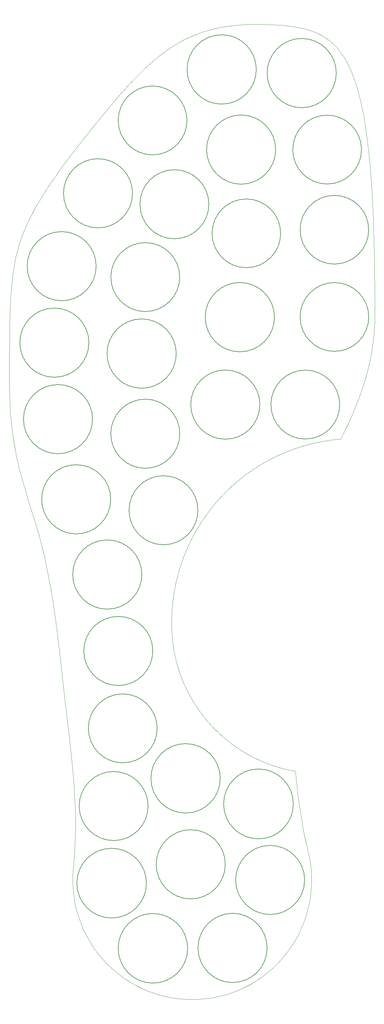
<source format=gbr>
G04 #@! TF.GenerationSoftware,KiCad,Pcbnew,(5.0.0)*
G04 #@! TF.CreationDate,2019-11-05T15:59:09+01:00*
G04 #@! TF.ProjectId,Insole_PCB,496E736F6C655F5043422E6B69636164,rev?*
G04 #@! TF.SameCoordinates,Original*
G04 #@! TF.FileFunction,Other,ECO1*
%FSLAX46Y46*%
G04 Gerber Fmt 4.6, Leading zero omitted, Abs format (unit mm)*
G04 Created by KiCad (PCBNEW (5.0.0)) date 11/05/19 15:59:09*
%MOMM*%
%LPD*%
G01*
G04 APERTURE LIST*
%ADD10C,0.200000*%
%ADD11C,0.100000*%
G04 APERTURE END LIST*
D10*
X214189663Y-25090707D02*
G75*
G03X214189663Y-25090707I-9520210J0D01*
G01*
X236177029Y-26090707D02*
G75*
G03X236177029Y-26090707I-9507576J0D01*
G01*
X195125932Y-39090707D02*
G75*
G03X195125932Y-39090707I-9456479J0D01*
G01*
X219519711Y-47090707D02*
G75*
G03X219519711Y-47090707I-9500258J0D01*
G01*
X243121887Y-47090707D02*
G75*
G03X243121887Y-47090707I-9452434J0D01*
G01*
X245097608Y-69090707D02*
G75*
G03X245097608Y-69090707I-9428155J0D01*
G01*
X220888053Y-70080707D02*
G75*
G03X220888053Y-70080707I-9428600J0D01*
G01*
X201146293Y-62090707D02*
G75*
G03X201146293Y-62090707I-9476840J0D01*
G01*
X180159200Y-59090707D02*
G75*
G03X180159200Y-59090707I-9489747J0D01*
G01*
X170157198Y-79090707D02*
G75*
G03X170157198Y-79090707I-9487745J0D01*
G01*
X193131599Y-82090707D02*
G75*
G03X193131599Y-82090707I-9462146J0D01*
G01*
X219188723Y-93090707D02*
G75*
G03X219188723Y-93090707I-9519270J0D01*
G01*
X245114542Y-93040707D02*
G75*
G03X245114542Y-93040707I-9445089J0D01*
G01*
X237130161Y-117090707D02*
G75*
G03X237130161Y-117090707I-9460708J0D01*
G01*
X215171542Y-117090707D02*
G75*
G03X215171542Y-117090707I-9502089J0D01*
G01*
X192185024Y-103090707D02*
G75*
G03X192185024Y-103090707I-9515571J0D01*
G01*
X168168764Y-100090707D02*
G75*
G03X168168764Y-100090707I-9499311J0D01*
G01*
X169163304Y-121090707D02*
G75*
G03X169163304Y-121090707I-9493851J0D01*
G01*
X193153682Y-125090707D02*
G75*
G03X193153682Y-125090707I-9484229J0D01*
G01*
X198144647Y-146090707D02*
G75*
G03X198144647Y-146090707I-9475194J0D01*
G01*
X174168827Y-143090707D02*
G75*
G03X174168827Y-143090707I-9499374J0D01*
G01*
X182725377Y-163740707D02*
G75*
G03X182725377Y-163740707I-9505924J0D01*
G01*
X185736286Y-184720707D02*
G75*
G03X185736286Y-184720707I-9486833J0D01*
G01*
X186924108Y-205970707D02*
G75*
G03X186924108Y-205970707I-9454655J0D01*
G01*
X224377013Y-226710707D02*
G75*
G03X224377013Y-226710707I-9587560J0D01*
G01*
X204281551Y-219690707D02*
G75*
G03X204281551Y-219690707I-9532098J0D01*
G01*
X184445201Y-227290707D02*
G75*
G03X184445201Y-227290707I-9475748J0D01*
G01*
X227482517Y-247580707D02*
G75*
G03X227482517Y-247580707I-9483064J0D01*
G01*
X205667795Y-243290707D02*
G75*
G03X205667795Y-243290707I-9498342J0D01*
G01*
X183991339Y-248460707D02*
G75*
G03X183991339Y-248460707I-9571886J0D01*
G01*
X195327617Y-266340707D02*
G75*
G03X195327617Y-266340707I-9558164J0D01*
G01*
X217172616Y-266240707D02*
G75*
G03X217172616Y-266240707I-9503163J0D01*
G01*
D11*
X191417082Y-183919689D02*
G75*
G02X237409453Y-126560707I50022371J7008982D01*
G01*
X224906539Y-217777370D02*
G75*
G02X191419453Y-183930707I7082914J40496663D01*
G01*
X215881176Y-274077420D02*
X214283726Y-275172170D01*
X227976196Y-256991750D02*
X227365146Y-258829380D01*
X177761506Y-274489620D02*
X176206066Y-273335960D01*
X229146266Y-251307950D02*
X228868316Y-253224480D01*
X184579016Y-278131860D02*
X182796956Y-277373850D01*
X197855386Y-280358730D02*
X195918936Y-280379630D01*
X190149256Y-279758820D02*
X188261566Y-279326430D01*
X201707776Y-279974880D02*
X199787246Y-280223650D01*
X203610296Y-279613310D02*
X201707776Y-279974880D01*
X186402666Y-278783470D02*
X184579016Y-278131860D01*
X192059146Y-280079160D02*
X190149256Y-279758820D01*
X229119486Y-243578562D02*
X229297336Y-245506949D01*
X223874816Y-265725910D02*
X222755896Y-267306520D01*
X218868766Y-271615200D02*
X217411296Y-272890390D01*
X165950436Y-259493530D02*
X165299776Y-257669540D01*
X167568366Y-263010710D02*
X166707516Y-261275990D01*
X170741956Y-267868990D02*
X169589106Y-266312950D01*
X228477836Y-255121280D02*
X227976196Y-256991750D01*
X173312556Y-270763850D02*
X171984546Y-269354340D01*
X181062696Y-276512080D02*
X179382256Y-275549560D01*
X188261566Y-279326430D02*
X186402666Y-278783470D01*
X193984606Y-280286330D02*
X192059146Y-280079160D01*
X225823656Y-262380730D02*
X224898586Y-264082070D01*
X212624506Y-276170810D02*
X210909286Y-277069890D01*
X214283726Y-275172170D02*
X212624506Y-276170810D01*
X217411296Y-272890390D02*
X215881176Y-274077420D01*
X209144036Y-277866260D02*
X207334906Y-278557160D01*
X179382256Y-275549560D02*
X177761506Y-274489620D01*
X166707516Y-261275990D02*
X165950436Y-259493530D01*
X168530016Y-264691640D02*
X167568366Y-263010710D01*
X229310736Y-249378380D02*
X229146266Y-251307950D01*
X174721366Y-272092590D02*
X173312556Y-270763850D01*
X195918936Y-280379630D02*
X193984606Y-280286330D01*
X207334906Y-278557160D02*
X205488186Y-279140200D01*
X182796956Y-277373850D02*
X181062696Y-276512080D01*
X228828236Y-241664023D02*
X229119486Y-243578562D01*
X220248506Y-270256290D02*
X218868766Y-271615200D01*
X229361136Y-247442460D02*
X229310736Y-249378380D01*
X222755896Y-267306520D02*
X221545726Y-268818400D01*
X228868316Y-253224480D02*
X228477836Y-255121280D01*
X205488186Y-279140200D02*
X203610296Y-279613310D01*
X226646796Y-260627800D02*
X225823656Y-262380730D01*
X210909286Y-277069890D02*
X209144036Y-277866260D01*
X221545726Y-268818400D02*
X220248506Y-270256290D01*
X227365146Y-258829380D02*
X226646796Y-260627800D01*
X199787246Y-280223650D02*
X197855386Y-280358730D01*
X229297336Y-245506949D02*
X229361136Y-247442460D01*
X224898586Y-264082070D02*
X223874816Y-265725910D01*
X169589106Y-266312950D02*
X168530016Y-264691640D01*
X171984546Y-269354340D02*
X170741956Y-267868990D01*
X176206066Y-273335960D02*
X174721366Y-272092590D01*
X161261546Y-195521231D02*
X160998476Y-193243227D01*
X162033586Y-202151743D02*
X161779496Y-199975970D01*
X164462346Y-230149157D02*
X164417946Y-228194224D01*
X163800886Y-250086820D02*
X163708586Y-248152450D01*
X146294476Y-104645712D02*
X146300476Y-102779944D01*
X146289106Y-110770270D02*
X146289476Y-108637083D01*
X146314606Y-113433893D02*
X146295106Y-112115793D01*
X146518976Y-118440729D02*
X146391906Y-115989548D01*
X164211166Y-240142885D02*
X164328646Y-238107500D01*
X159029756Y-176644392D02*
X158367216Y-171915236D01*
X163730586Y-246216006D02*
X163866686Y-244284232D01*
X161779496Y-199975970D02*
X161522016Y-197765639D01*
X164476846Y-232115725D02*
X164462346Y-230149157D01*
X163708586Y-248152450D02*
X163730586Y-246216006D01*
X163225246Y-212532160D02*
X162770246Y-208470366D01*
X164057596Y-242201044D02*
X164211166Y-240142885D01*
X146694426Y-120790932D02*
X146518976Y-118440729D01*
X163978516Y-220422533D02*
X163633196Y-216506701D01*
X146916826Y-123043648D02*
X146694426Y-120790932D01*
X147493416Y-127280699D02*
X147184176Y-125203974D01*
X148640736Y-133101895D02*
X148224876Y-131220396D01*
X153274106Y-149083046D02*
X152725146Y-147285545D01*
X147184176Y-125203974D02*
X146916826Y-123043648D01*
X158008376Y-169593876D02*
X157628266Y-167312269D01*
X155387456Y-156669678D02*
X154879556Y-154699405D01*
X147841376Y-129283085D02*
X147493416Y-127280699D01*
X163633196Y-216506701D02*
X163225246Y-212532160D01*
X157628266Y-167312269D02*
X157224556Y-165079148D01*
X164245606Y-224308222D02*
X163978516Y-220422533D01*
X155877296Y-158693056D02*
X155387456Y-156669678D01*
X162770246Y-208470366D02*
X162529976Y-206397822D01*
X164460246Y-234096148D02*
X164476846Y-232115725D01*
X164411246Y-236092661D02*
X164460246Y-234096148D01*
X163866686Y-244284232D02*
X164057596Y-242201044D01*
X160195246Y-186218710D02*
X159633306Y-181434096D01*
X161522016Y-197765639D02*
X161261546Y-195521231D01*
X154879556Y-154699405D02*
X154355276Y-152782106D01*
X162283896Y-204292475D02*
X162033586Y-202151743D01*
X149085776Y-134936845D02*
X148640736Y-133101895D01*
X149556836Y-136734510D02*
X149085776Y-134936845D01*
X153818776Y-150912620D02*
X153274106Y-149083046D01*
X156347686Y-160769273D02*
X155877296Y-158693056D01*
X156797226Y-162898060D02*
X156347686Y-160769273D01*
X157224556Y-165079148D02*
X156797226Y-162898060D01*
X146322176Y-99289263D02*
X146339276Y-97656767D01*
X146309476Y-100995722D02*
X146322176Y-99289263D01*
X146346906Y-114724999D02*
X146314606Y-113433893D01*
X152725146Y-147285545D02*
X151629706Y-143755402D01*
X160998476Y-193243227D02*
X160733206Y-190932112D01*
X151629706Y-143755402D02*
X150563306Y-140259476D01*
X162529976Y-206397822D02*
X162283896Y-204292475D01*
X146300476Y-102779944D02*
X146309476Y-100995722D01*
X146291476Y-106596831D02*
X146294476Y-104645712D01*
X146295106Y-112115793D02*
X146289106Y-110770270D01*
X146391906Y-115989548D02*
X146346906Y-114724999D01*
X158367216Y-171915236D02*
X158008376Y-169593876D01*
X164417946Y-228194224D02*
X164245606Y-224308222D01*
X159633306Y-181434096D02*
X159029756Y-176644392D01*
X164328646Y-238107500D02*
X164411246Y-236092661D01*
X146289476Y-108637083D02*
X146291476Y-106596831D01*
X150563306Y-140259476D02*
X149556836Y-136734510D01*
X154355276Y-152782106D02*
X153818776Y-150912620D01*
X148224876Y-131220396D02*
X147841376Y-129283085D01*
X160733206Y-190932112D02*
X160195246Y-186218710D01*
X165299776Y-257669540D02*
X164757796Y-255810350D01*
X164007056Y-252012390D02*
X163800886Y-250086820D01*
X164757796Y-255810350D02*
X164326396Y-253922440D01*
X164326396Y-253922440D02*
X164007056Y-252012390D01*
X226323616Y-229184329D02*
X226684946Y-231368365D01*
X225400486Y-222442866D02*
X225682486Y-224720042D01*
X243782500Y-111286513D02*
X243041918Y-113505172D01*
X225142816Y-220137889D02*
X225400486Y-222442866D01*
X246326277Y-99501185D02*
X245986422Y-101963561D01*
X245045542Y-106723353D02*
X244452326Y-109027747D01*
X246719986Y-81644481D02*
X246751596Y-84910865D01*
X239536326Y-122079055D02*
X238565286Y-124170739D01*
X246675426Y-78475848D02*
X246719986Y-81644481D01*
X246776636Y-91742331D02*
X246763716Y-93076735D01*
X246725286Y-94394057D02*
X246661846Y-95694728D01*
X246763716Y-93076735D02*
X246725286Y-94394057D01*
X242238772Y-115689076D02*
X241381304Y-117842904D01*
X245986422Y-101963561D02*
X245558207Y-104369788D01*
X240477744Y-119971337D02*
X239536326Y-122079055D01*
X246661846Y-95694728D02*
X246573866Y-96979178D01*
X238565286Y-124170739D02*
X237409453Y-126560707D01*
X245558207Y-104369788D02*
X245045542Y-106723353D01*
X246770436Y-88276358D02*
X246776636Y-91742331D01*
X246573866Y-96979178D02*
X246326277Y-99501185D01*
X241381304Y-117842904D02*
X240477744Y-119971337D01*
X228425366Y-239770160D02*
X228828236Y-241664023D01*
X227944886Y-237721141D02*
X228425366Y-239770160D01*
X225682486Y-224720042D02*
X225989856Y-226967753D01*
X224909453Y-217780707D02*
X225142816Y-220137889D01*
X243041918Y-113505172D02*
X242238772Y-115689076D01*
X227495016Y-235637400D02*
X227944886Y-237721141D01*
X244452326Y-109027747D02*
X243782500Y-111286513D01*
X246751596Y-84910865D02*
X246770436Y-88276358D01*
X225989856Y-226967753D02*
X226323616Y-229184329D01*
X227075206Y-233519587D02*
X227495016Y-235637400D01*
X226684946Y-231368365D02*
X227075206Y-233519587D01*
X233373506Y-16495330D02*
X234013856Y-16956810D01*
X231325036Y-15313430D02*
X232030186Y-15675500D01*
X234634796Y-17455180D02*
X235237406Y-17992320D01*
X229842316Y-14675600D02*
X230596116Y-14980760D01*
X217494536Y-12765380D02*
X218617646Y-12804580D01*
X209216976Y-12907480D02*
X210728076Y-12803880D01*
X242790013Y-33536600D02*
X243130624Y-35034560D01*
X241672490Y-29456460D02*
X242060826Y-30749140D01*
X215159646Y-12723680D02*
X216341916Y-12738780D01*
X238011266Y-21329840D02*
X238521746Y-22145210D01*
X239497995Y-23939800D02*
X239963544Y-24922210D01*
X246617726Y-75403605D02*
X246675426Y-78475848D01*
X246546726Y-72426394D02*
X246617726Y-75403605D01*
X246462236Y-69542849D02*
X246546726Y-72426394D01*
X246364076Y-66751613D02*
X246462236Y-69542849D01*
X246252072Y-64051318D02*
X246364076Y-66751613D01*
X245985822Y-58918124D02*
X246126046Y-61440608D01*
X245279340Y-49683177D02*
X245478154Y-51866389D01*
X236392036Y-19190330D02*
X236946226Y-19854960D01*
X238521746Y-22145210D02*
X239017354Y-23014660D01*
X240848901Y-27065230D02*
X241268476Y-28229020D01*
X207767516Y-13049180D02*
X209216976Y-12907480D01*
X239017354Y-23014660D02*
X239497995Y-23939800D01*
X232712636Y-16068840D02*
X233373506Y-16495330D01*
X220775886Y-12925280D02*
X221811276Y-13009180D01*
X245662053Y-54132373D02*
X245831216Y-56482501D01*
X235237406Y-17992320D02*
X235822796Y-18570070D01*
X244591638Y-43616590D02*
X244836259Y-45559650D01*
X219711386Y-12857480D02*
X220775886Y-12925280D01*
X229062526Y-14396160D02*
X229842316Y-14675600D01*
X244055329Y-39961140D02*
X244331384Y-41750870D01*
X243763291Y-38246010D02*
X244055329Y-39961140D01*
X241268476Y-28229020D02*
X241672490Y-29456460D01*
X222817696Y-13110270D02*
X223795276Y-13229730D01*
X243455091Y-36604120D02*
X243763291Y-38246010D01*
X240413884Y-25963490D02*
X240848901Y-27065230D01*
X224744146Y-13368680D02*
X225664436Y-13528290D01*
X232030186Y-15675500D02*
X232712636Y-16068840D01*
X213947616Y-12718680D02*
X215159646Y-12723680D01*
X245478154Y-51866389D02*
X245662053Y-54132373D01*
X228255196Y-14142470D02*
X229062526Y-14396160D01*
X216341916Y-12738780D02*
X217494536Y-12765380D01*
X246126046Y-61440608D02*
X246252072Y-64051318D01*
X234013856Y-16956810D02*
X234634796Y-17455180D01*
X245831216Y-56482501D02*
X245985822Y-58918124D01*
X210728076Y-12803880D02*
X212303926Y-12740280D01*
X221811276Y-13009180D02*
X222817696Y-13110270D01*
X242433374Y-32108660D02*
X242790013Y-33536600D01*
X245065435Y-47581385D02*
X245279340Y-49683177D01*
X225664436Y-13528290D02*
X226556296Y-13709680D01*
X244836259Y-45559650D02*
X245065435Y-47581385D01*
X244331384Y-41750870D02*
X244591638Y-43616590D01*
X235822796Y-18570070D02*
X236392036Y-19190330D01*
X226556296Y-13709680D02*
X227419836Y-13914030D01*
X218617646Y-12804580D02*
X219711386Y-12857480D01*
X243130624Y-35034560D02*
X243455091Y-36604120D01*
X227419836Y-13914030D02*
X228255196Y-14142470D01*
X242060826Y-30749140D02*
X242433374Y-32108660D01*
X239963544Y-24922210D02*
X240413884Y-25963490D01*
X237486056Y-20566960D02*
X238011266Y-21329840D01*
X230596116Y-14980760D02*
X231325036Y-15313430D01*
X212303926Y-12740280D02*
X213947616Y-12718680D01*
X236946226Y-19854960D02*
X237486056Y-20566960D01*
X223795276Y-13229730D02*
X224744146Y-13368680D01*
X189006496Y-20224190D02*
X190619726Y-19109060D01*
X184538586Y-23867080D02*
X185972926Y-22608340D01*
X181800176Y-26491810D02*
X183149986Y-25163300D01*
X156706316Y-57717730D02*
X157636716Y-56328303D01*
X147804356Y-77929468D02*
X148159716Y-76261912D01*
X151875406Y-65995234D02*
X152581726Y-64614947D01*
X205041216Y-13439070D02*
X206376626Y-13227020D01*
X154945376Y-60481959D02*
X155808576Y-59101763D01*
X146464776Y-91790606D02*
X146513576Y-90471052D01*
X198021186Y-15325150D02*
X199087416Y-14945770D01*
X201336846Y-14261120D02*
X202524446Y-13958070D01*
X203758186Y-13683390D02*
X205041216Y-13439070D01*
X146339276Y-97656767D02*
X146361476Y-96094450D01*
X200191936Y-14590740D02*
X201336846Y-14261120D01*
X150594076Y-68775912D02*
X151212736Y-67379893D01*
X146570676Y-89202818D02*
X146636276Y-87983118D01*
X199087416Y-14945770D02*
X200191936Y-14590740D01*
X146423576Y-93165159D02*
X146464776Y-91790606D01*
X195031426Y-16598740D02*
X195995286Y-16152710D01*
X193191496Y-17550030D02*
X194097526Y-17064880D01*
X151212736Y-67379893D02*
X151875406Y-65995234D01*
X148159716Y-76261912D02*
X148558836Y-74665278D01*
X187459916Y-21392310D02*
X189006496Y-20224190D01*
X185972926Y-22608340D02*
X187459916Y-21392310D01*
X160603916Y-52115107D02*
X162705656Y-49273302D01*
X180482226Y-27847400D02*
X181800176Y-26491810D01*
X164889576Y-46412070D02*
X167142596Y-43536310D01*
X158597886Y-54931948D02*
X160603916Y-52115107D01*
X147350796Y-80603403D02*
X147491646Y-79685885D01*
X146987956Y-83541891D02*
X147099146Y-82529009D01*
X146389376Y-94598509D02*
X146423576Y-93165159D01*
X149488636Y-71640345D02*
X150019386Y-70192866D01*
X147491646Y-79685885D02*
X147804356Y-77929468D01*
X150019386Y-70192866D02*
X150594076Y-68775912D01*
X146710576Y-86809569D02*
X146793876Y-85679777D01*
X179189236Y-29224860D02*
X180482226Y-27847400D01*
X169451656Y-40650920D02*
X171804636Y-37760980D01*
X146361476Y-96094450D02*
X146389376Y-94598509D01*
X154118586Y-61859858D02*
X154945376Y-60481959D01*
X155808576Y-59101763D02*
X156706316Y-57717730D01*
X146636276Y-87983118D02*
X146710576Y-86809569D01*
X146513576Y-90471052D02*
X146570676Y-89202818D01*
X206376626Y-13227020D02*
X207767516Y-13049180D01*
X190619726Y-19109060D02*
X192311236Y-18053160D01*
X162705656Y-49273302D02*
X164889576Y-46412070D01*
X152581726Y-64614947D02*
X153330076Y-63237002D01*
X146886276Y-84591349D02*
X146987956Y-83541891D01*
X202524446Y-13958070D02*
X203758186Y-13683390D01*
X196991176Y-15727810D02*
X198021186Y-15325150D01*
X171804636Y-37760980D02*
X174204516Y-34880440D01*
X195995286Y-16152710D02*
X196991176Y-15727810D01*
X194097526Y-17064880D02*
X195031426Y-16598740D01*
X174204516Y-34880440D02*
X176662356Y-32028610D01*
X148558836Y-74665278D02*
X149001796Y-73127955D01*
X157636716Y-56328303D02*
X158597886Y-54931948D01*
X146793876Y-85679777D02*
X146886276Y-84591349D01*
X176662356Y-32028610D02*
X179189236Y-29224860D01*
X147099146Y-82529009D02*
X147220026Y-81550310D01*
X149001796Y-73127955D02*
X149488636Y-71640345D01*
X183149986Y-25163300D02*
X184538586Y-23867080D01*
X153330076Y-63237002D02*
X154118586Y-61859858D01*
X147220026Y-81550310D02*
X147350796Y-80603403D01*
X192311236Y-18053160D02*
X193191496Y-17550030D01*
X167142596Y-43536310D02*
X169451656Y-40650920D01*
M02*

</source>
